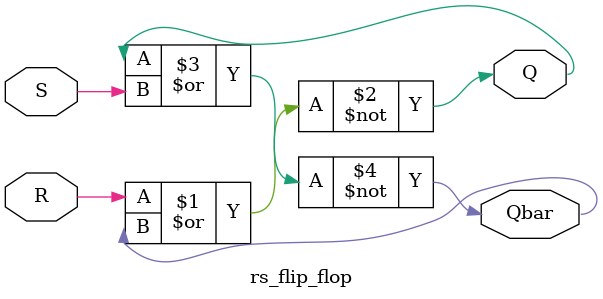
<source format=v>
module rs_flip_flop(input R, S, output Q, Qbar);
  nor NOR1(Q, R, Qbar);
  nor NOR2(Qbar, Q, S);
endmodule

</source>
